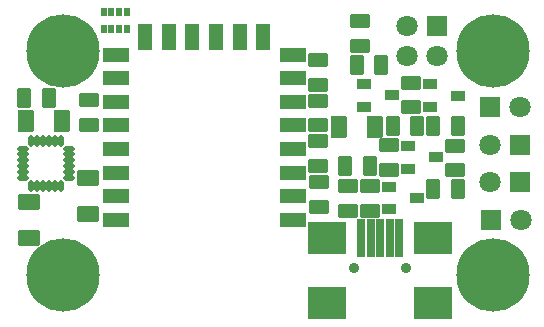
<source format=gts>
G04 Layer_Color=8388736*
%FSLAX44Y44*%
%MOMM*%
G71*
G01*
G75*
%ADD33C,0.9000*%
G04:AMPARAMS|DCode=51|XSize=1.4032mm|YSize=1.9032mm|CornerRadius=0.2216mm|HoleSize=0mm|Usage=FLASHONLY|Rotation=180.000|XOffset=0mm|YOffset=0mm|HoleType=Round|Shape=RoundedRectangle|*
%AMROUNDEDRECTD51*
21,1,1.4032,1.4600,0,0,180.0*
21,1,0.9600,1.9032,0,0,180.0*
1,1,0.4432,-0.4800,0.7300*
1,1,0.4432,0.4800,0.7300*
1,1,0.4432,0.4800,-0.7300*
1,1,0.4432,-0.4800,-0.7300*
%
%ADD51ROUNDEDRECTD51*%
G04:AMPARAMS|DCode=52|XSize=1.2032mm|YSize=1.7032mm|CornerRadius=0.2266mm|HoleSize=0mm|Usage=FLASHONLY|Rotation=180.000|XOffset=0mm|YOffset=0mm|HoleType=Round|Shape=RoundedRectangle|*
%AMROUNDEDRECTD52*
21,1,1.2032,1.2500,0,0,180.0*
21,1,0.7500,1.7032,0,0,180.0*
1,1,0.4532,-0.3750,0.6250*
1,1,0.4532,0.3750,0.6250*
1,1,0.4532,0.3750,-0.6250*
1,1,0.4532,-0.3750,-0.6250*
%
%ADD52ROUNDEDRECTD52*%
%ADD53R,1.2032X0.9032*%
%ADD54R,0.5532X0.8032*%
G04:AMPARAMS|DCode=55|XSize=1.2032mm|YSize=1.7032mm|CornerRadius=0.2266mm|HoleSize=0mm|Usage=FLASHONLY|Rotation=270.000|XOffset=0mm|YOffset=0mm|HoleType=Round|Shape=RoundedRectangle|*
%AMROUNDEDRECTD55*
21,1,1.2032,1.2500,0,0,270.0*
21,1,0.7500,1.7032,0,0,270.0*
1,1,0.4532,-0.6250,-0.3750*
1,1,0.4532,-0.6250,0.3750*
1,1,0.4532,0.6250,0.3750*
1,1,0.4532,0.6250,-0.3750*
%
%ADD55ROUNDEDRECTD55*%
%ADD56R,3.2032X2.7032*%
%ADD57R,0.7032X3.2032*%
G04:AMPARAMS|DCode=58|XSize=1.4032mm|YSize=1.9032mm|CornerRadius=0.2216mm|HoleSize=0mm|Usage=FLASHONLY|Rotation=90.000|XOffset=0mm|YOffset=0mm|HoleType=Round|Shape=RoundedRectangle|*
%AMROUNDEDRECTD58*
21,1,1.4032,1.4600,0,0,90.0*
21,1,0.9600,1.9032,0,0,90.0*
1,1,0.4432,0.7300,0.4800*
1,1,0.4432,0.7300,-0.4800*
1,1,0.4432,-0.7300,-0.4800*
1,1,0.4432,-0.7300,0.4800*
%
%ADD58ROUNDEDRECTD58*%
%ADD59O,0.4532X1.0032*%
%ADD60O,1.0032X0.4532*%
%ADD61R,2.2032X1.2032*%
%ADD62R,1.2032X2.2032*%
%ADD63C,6.2032*%
%ADD64C,1.8032*%
%ADD65R,1.8032X1.8032*%
D33*
X330500Y46500D02*
D03*
X286500D02*
D03*
D51*
X304000Y165500D02*
D03*
X273500D02*
D03*
X8250Y170500D02*
D03*
X38750D02*
D03*
D52*
X353500Y113000D02*
D03*
X374500D02*
D03*
X279000Y132500D02*
D03*
X300000D02*
D03*
X374500Y166500D02*
D03*
X353500D02*
D03*
X340000D02*
D03*
X319000D02*
D03*
X288500Y218500D02*
D03*
X309500D02*
D03*
X7250Y190250D02*
D03*
X28250D02*
D03*
D53*
X356000Y140000D02*
D03*
X332000Y130500D02*
D03*
Y149500D02*
D03*
X340000Y105750D02*
D03*
X316000Y96250D02*
D03*
Y115250D02*
D03*
X318500Y192500D02*
D03*
X294500Y183000D02*
D03*
Y202000D02*
D03*
X374500Y192250D02*
D03*
X350500Y182750D02*
D03*
Y201750D02*
D03*
D54*
X93750Y263000D02*
D03*
X87250D02*
D03*
X80750D02*
D03*
X74250D02*
D03*
X93750Y248500D02*
D03*
X87250D02*
D03*
X80750D02*
D03*
X74250D02*
D03*
D55*
X281500Y95000D02*
D03*
Y116000D02*
D03*
X300000Y95000D02*
D03*
Y116000D02*
D03*
X316000Y129500D02*
D03*
Y150500D02*
D03*
X256000Y167000D02*
D03*
Y188000D02*
D03*
Y222500D02*
D03*
Y201500D02*
D03*
X257000Y119000D02*
D03*
Y98000D02*
D03*
X256000Y132500D02*
D03*
Y153500D02*
D03*
X62000Y167500D02*
D03*
Y188500D02*
D03*
X372000Y129000D02*
D03*
Y150000D02*
D03*
X291000Y255500D02*
D03*
Y234500D02*
D03*
X334500Y203250D02*
D03*
Y182250D02*
D03*
D56*
X353500Y71500D02*
D03*
Y16500D02*
D03*
X263500D02*
D03*
Y71500D02*
D03*
D57*
X324500D02*
D03*
X316500D02*
D03*
X308500D02*
D03*
X300500D02*
D03*
X292500D02*
D03*
D58*
X61000Y91750D02*
D03*
Y122250D02*
D03*
X10750Y71500D02*
D03*
Y102000D02*
D03*
D59*
X13000Y115750D02*
D03*
X18000D02*
D03*
X23000D02*
D03*
X28000D02*
D03*
X33000D02*
D03*
X38000D02*
D03*
Y154250D02*
D03*
X33000D02*
D03*
X28000D02*
D03*
X23000D02*
D03*
X18000D02*
D03*
X13000D02*
D03*
D60*
X44750Y122500D02*
D03*
Y127500D02*
D03*
Y132500D02*
D03*
Y137500D02*
D03*
Y142500D02*
D03*
Y147500D02*
D03*
X6250D02*
D03*
Y142500D02*
D03*
Y137500D02*
D03*
Y132500D02*
D03*
Y127500D02*
D03*
Y122500D02*
D03*
D61*
X234500Y227000D02*
D03*
Y207000D02*
D03*
Y187000D02*
D03*
Y167000D02*
D03*
Y147000D02*
D03*
Y127000D02*
D03*
Y107000D02*
D03*
Y87000D02*
D03*
X84500D02*
D03*
Y107000D02*
D03*
Y127000D02*
D03*
Y147000D02*
D03*
Y167000D02*
D03*
Y187000D02*
D03*
Y207000D02*
D03*
Y227000D02*
D03*
D62*
X209500Y242000D02*
D03*
X189500D02*
D03*
X169500D02*
D03*
X149500D02*
D03*
X129500D02*
D03*
X109500D02*
D03*
D63*
X40000Y40000D02*
D03*
Y230000D02*
D03*
X404000D02*
D03*
Y40000D02*
D03*
D64*
X427450Y87000D02*
D03*
X401800Y150750D02*
D03*
Y119000D02*
D03*
X356750Y225750D02*
D03*
X331350D02*
D03*
Y251150D02*
D03*
X427200Y183000D02*
D03*
D65*
X402050Y87000D02*
D03*
X427200Y150750D02*
D03*
Y119000D02*
D03*
X356750Y251150D02*
D03*
X401800Y183000D02*
D03*
M02*

</source>
